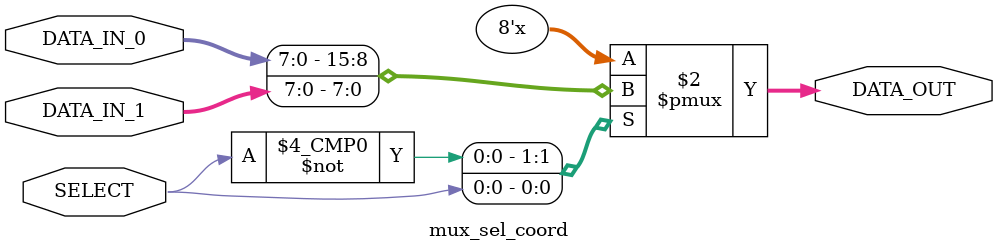
<source format=v>
/*-----------------------------------------------------------------------------------
* File: mux_sel_coord.v
* Date generated: 25/03/2023
* Date modified: 10/05/2023
* Author: Bruna Suemi Nagai
* Description: Selects between the original coord (0) or the increased coord (1). For X and Y coords.
*----------------------------------------------------------------------------------- */

module mux_sel_coord (
  input signed [7:0] DATA_IN_0,
  input signed [7:0] DATA_IN_1,
  input [0:0] SELECT,
  output reg signed [7:0] DATA_OUT
);
    

// ------------------------------------------
// Sequential logic
// ------------------------------------------
always @ (SELECT or DATA_IN_0 or DATA_IN_1)
  case (SELECT)
	1'b0: DATA_OUT = DATA_IN_0;
	1'b1: DATA_OUT = DATA_IN_1;
  endcase

endmodule // mux_sel_coord
    
</source>
